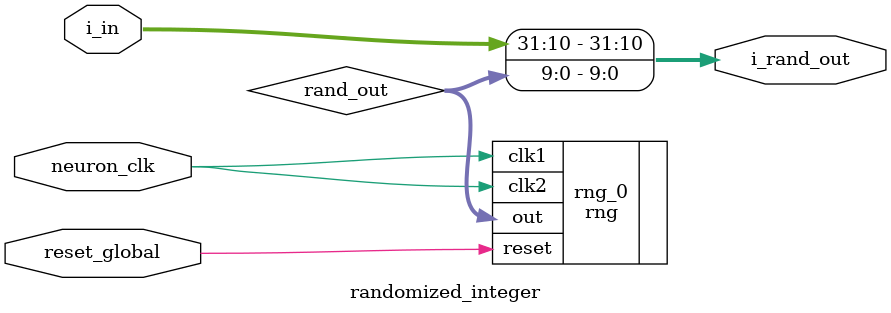
<source format=v>
`timescale 1ns / 1ps
`default_nettype none


// 
module randomized_integer(
    input   wire [31:0]  i_in,     //
    input   wire neuron_clk,
    input   wire reset_global,
    output wire  [31:0] i_rand_out

    );

     //wire [31:0] f_in;
     //int_to_float get_f(.out(f_in), .in(i_in));
     
        wire [31:0] rand_out;
        rng rng_0(
                .clk1(neuron_clk),
                .clk2(neuron_clk),
                .reset(reset_global),
                .out(rand_out)
        ); 
        
//        wire [31:0] i_out; 
        assign i_rand_out= {i_in[31:10] , rand_out[9:0]};
        
        //wire [31:0] f_randn_F0 = {12'h3F8, rand_out[19:0]};
        //wire [31:0] f_rand_Ia_F0; 
        //mult get_rand_Ia( .x(f_in), .y(f_randn), .out(f_rand_Ia_F0));

        //wire signed [31:0] i_synI_Ia, fixed_synI_Ia;
        //floor float_to_int_Ia( .in(f_rand_Ia), .out(i_synI_Ia) );   

        //assign fixed_synI_Ia = i_synI_Ia <<< 6;

//         reg    [31:0] f_rand_Ia, f_randn;
//         always @(posedge neuron_clk or posedge reset_global) begin
//            if (reset_global) begin
//                i_out <= 32'd0;
////                f_fr_Ia <= 32'd0;
//                f_rand_Ia <= 32'd0;
//                f_randn <= 32'd0;
//            end
//            else begin
//                i_out <= fixed_synI_Ia;
////                f_fr_Ia <= f_fr_Ia_F0; 
//                f_rand_Ia <= f_rand_Ia_F0;                  
//                f_randn <= f_randn_F0;
//            end
//         end
endmodule


</source>
